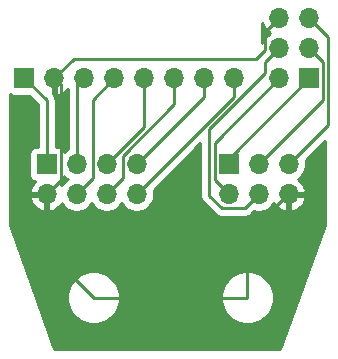
<source format=gbr>
G04 #@! TF.GenerationSoftware,KiCad,Pcbnew,(5.1.8)-1*
G04 #@! TF.CreationDate,2020-11-20T21:01:47+01:00*
G04 #@! TF.ProjectId,LORA_ATTINY84,4c4f5241-5f41-4545-9449-4e5938342e6b,rev?*
G04 #@! TF.SameCoordinates,Original*
G04 #@! TF.FileFunction,Copper,L1,Top*
G04 #@! TF.FilePolarity,Positive*
%FSLAX46Y46*%
G04 Gerber Fmt 4.6, Leading zero omitted, Abs format (unit mm)*
G04 Created by KiCad (PCBNEW (5.1.8)-1) date 2020-11-20 21:01:47*
%MOMM*%
%LPD*%
G01*
G04 APERTURE LIST*
G04 #@! TA.AperFunction,ComponentPad*
%ADD10O,1.700000X1.700000*%
G04 #@! TD*
G04 #@! TA.AperFunction,ComponentPad*
%ADD11R,1.700000X1.700000*%
G04 #@! TD*
G04 #@! TA.AperFunction,Conductor*
%ADD12C,0.250000*%
G04 #@! TD*
G04 #@! TA.AperFunction,Conductor*
%ADD13C,0.254000*%
G04 #@! TD*
G04 #@! TA.AperFunction,Conductor*
%ADD14C,0.100000*%
G04 #@! TD*
G04 APERTURE END LIST*
D10*
X79476600Y-59436000D03*
X82016600Y-59436000D03*
X79476600Y-61976000D03*
X82016600Y-61976000D03*
X79476600Y-64516000D03*
D11*
X82016600Y-64516000D03*
X75200000Y-71800000D03*
D10*
X75200000Y-74340000D03*
X77740000Y-71800000D03*
X77740000Y-74340000D03*
X80280000Y-71800000D03*
X80280000Y-74340000D03*
X75692000Y-64516000D03*
X73152000Y-64516000D03*
X70612000Y-64516000D03*
X68072000Y-64516000D03*
X65532000Y-64516000D03*
X62992000Y-64516000D03*
X60452000Y-64516000D03*
D11*
X57912000Y-64516000D03*
X59800000Y-71800000D03*
D10*
X59800000Y-74340000D03*
X62340000Y-71800000D03*
X62340000Y-74340000D03*
X64880000Y-71800000D03*
X64880000Y-74340000D03*
X67420000Y-71800000D03*
X67420000Y-74340000D03*
D12*
X80280000Y-74340000D02*
X80219000Y-74340000D01*
X76776000Y-77783000D02*
X76776000Y-83100000D01*
X80219000Y-74340000D02*
X76776000Y-77783000D01*
X76776000Y-83100000D02*
X63776000Y-83100000D01*
X60975001Y-73164999D02*
X59800000Y-74340000D01*
X60975001Y-65039001D02*
X60975001Y-73164999D01*
X60452000Y-64516000D02*
X60975001Y-65039001D01*
X59800000Y-79124000D02*
X63776000Y-83100000D01*
X59800000Y-74340000D02*
X59800000Y-79124000D01*
X78301599Y-60611001D02*
X79476600Y-59436000D01*
X78301599Y-62093389D02*
X78301599Y-60611001D01*
X77544978Y-62850010D02*
X78301599Y-62093389D01*
X62117990Y-62850010D02*
X77544978Y-62850010D01*
X60452000Y-64516000D02*
X62117990Y-62850010D01*
X75692000Y-66068000D02*
X75692000Y-64516000D01*
X67420000Y-74340000D02*
X75692000Y-66068000D01*
X73152000Y-66068000D02*
X73152000Y-64516000D01*
X67420000Y-71800000D02*
X73152000Y-66068000D01*
X70612000Y-66704410D02*
X70612000Y-64516000D01*
X66244999Y-71071411D02*
X70612000Y-66704410D01*
X66244999Y-72975001D02*
X66244999Y-71071411D01*
X64880000Y-74340000D02*
X66244999Y-72975001D01*
X68072000Y-68608000D02*
X64880000Y-71800000D01*
X68072000Y-64516000D02*
X68072000Y-68608000D01*
X63704999Y-66343001D02*
X65532000Y-64516000D01*
X63704999Y-72975001D02*
X63704999Y-66343001D01*
X62340000Y-74340000D02*
X63704999Y-72975001D01*
X62340000Y-65168000D02*
X62992000Y-64516000D01*
X62340000Y-71800000D02*
X62340000Y-65168000D01*
X59800000Y-66404000D02*
X57912000Y-64516000D01*
X59800000Y-71800000D02*
X59800000Y-66404000D01*
X74024999Y-69967601D02*
X79476600Y-64516000D01*
X74024999Y-73164999D02*
X74024999Y-69967601D01*
X75200000Y-74340000D02*
X74024999Y-73164999D01*
X75200000Y-71332600D02*
X82016600Y-64516000D01*
X75200000Y-71800000D02*
X75200000Y-71332600D01*
X78301599Y-63151001D02*
X79476600Y-61976000D01*
X78301599Y-64094811D02*
X78301599Y-63151001D01*
X73574990Y-68821420D02*
X78301599Y-64094811D01*
X73574990Y-74453992D02*
X73574990Y-68821420D01*
X74635999Y-75515001D02*
X73574990Y-74453992D01*
X76564999Y-75515001D02*
X74635999Y-75515001D01*
X77740000Y-74340000D02*
X76564999Y-75515001D01*
X83191601Y-63151001D02*
X82016600Y-61976000D01*
X83191601Y-66348399D02*
X83191601Y-63151001D01*
X77740000Y-71800000D02*
X83191601Y-66348399D01*
X80466401Y-72250009D02*
X80280000Y-72250009D01*
X83641611Y-61061011D02*
X82016600Y-59436000D01*
X83641611Y-68438389D02*
X83641611Y-61061011D01*
X80280000Y-71800000D02*
X83641611Y-68438389D01*
D13*
X56707506Y-65896537D02*
X56817820Y-65955502D01*
X56937518Y-65991812D01*
X57062000Y-66004072D01*
X58325270Y-66004072D01*
X59040001Y-66718803D01*
X59040000Y-70311928D01*
X58950000Y-70311928D01*
X58825518Y-70324188D01*
X58705820Y-70360498D01*
X58595506Y-70419463D01*
X58498815Y-70498815D01*
X58419463Y-70595506D01*
X58360498Y-70705820D01*
X58324188Y-70825518D01*
X58311928Y-70950000D01*
X58311928Y-72650000D01*
X58324188Y-72774482D01*
X58360498Y-72894180D01*
X58419463Y-73004494D01*
X58498815Y-73101185D01*
X58595506Y-73180537D01*
X58705820Y-73239502D01*
X58781626Y-73262498D01*
X58604822Y-73458645D01*
X58455843Y-73708748D01*
X58358519Y-73983109D01*
X58479186Y-74213000D01*
X59673000Y-74213000D01*
X59673000Y-74193000D01*
X59927000Y-74193000D01*
X59927000Y-74213000D01*
X59947000Y-74213000D01*
X59947000Y-74467000D01*
X59927000Y-74467000D01*
X59927000Y-75660155D01*
X60156890Y-75781476D01*
X60304099Y-75736825D01*
X60566920Y-75611641D01*
X60800269Y-75437588D01*
X60995178Y-75221355D01*
X61064805Y-75104466D01*
X61186525Y-75286632D01*
X61393368Y-75493475D01*
X61636589Y-75655990D01*
X61906842Y-75767932D01*
X62193740Y-75825000D01*
X62486260Y-75825000D01*
X62773158Y-75767932D01*
X63043411Y-75655990D01*
X63286632Y-75493475D01*
X63493475Y-75286632D01*
X63610000Y-75112240D01*
X63726525Y-75286632D01*
X63933368Y-75493475D01*
X64176589Y-75655990D01*
X64446842Y-75767932D01*
X64733740Y-75825000D01*
X65026260Y-75825000D01*
X65313158Y-75767932D01*
X65583411Y-75655990D01*
X65826632Y-75493475D01*
X66033475Y-75286632D01*
X66150000Y-75112240D01*
X66266525Y-75286632D01*
X66473368Y-75493475D01*
X66716589Y-75655990D01*
X66986842Y-75767932D01*
X67273740Y-75825000D01*
X67566260Y-75825000D01*
X67853158Y-75767932D01*
X68123411Y-75655990D01*
X68366632Y-75493475D01*
X68573475Y-75286632D01*
X68735990Y-75043411D01*
X68847932Y-74773158D01*
X68905000Y-74486260D01*
X68905000Y-74193740D01*
X68861209Y-73973592D01*
X72814991Y-70019811D01*
X72814990Y-74416669D01*
X72811314Y-74453992D01*
X72814990Y-74491314D01*
X72814990Y-74491324D01*
X72825987Y-74602977D01*
X72854475Y-74696891D01*
X72869444Y-74746238D01*
X72940016Y-74878268D01*
X72941460Y-74880027D01*
X73034989Y-74993993D01*
X73063992Y-75017796D01*
X74072200Y-76026004D01*
X74095998Y-76055002D01*
X74211723Y-76149975D01*
X74343752Y-76220547D01*
X74487013Y-76264004D01*
X74598666Y-76275001D01*
X74598675Y-76275001D01*
X74635998Y-76278677D01*
X74673321Y-76275001D01*
X76527677Y-76275001D01*
X76564999Y-76278677D01*
X76602321Y-76275001D01*
X76602332Y-76275001D01*
X76713985Y-76264004D01*
X76857246Y-76220547D01*
X76989275Y-76149975D01*
X77105000Y-76055002D01*
X77128803Y-76025998D01*
X77373592Y-75781209D01*
X77593740Y-75825000D01*
X77886260Y-75825000D01*
X78173158Y-75767932D01*
X78443411Y-75655990D01*
X78686632Y-75493475D01*
X78893475Y-75286632D01*
X79015195Y-75104466D01*
X79084822Y-75221355D01*
X79279731Y-75437588D01*
X79513080Y-75611641D01*
X79775901Y-75736825D01*
X79923110Y-75781476D01*
X80153000Y-75660155D01*
X80153000Y-74467000D01*
X80407000Y-74467000D01*
X80407000Y-75660155D01*
X80636890Y-75781476D01*
X80784099Y-75736825D01*
X81046920Y-75611641D01*
X81280269Y-75437588D01*
X81475178Y-75221355D01*
X81624157Y-74971252D01*
X81721481Y-74696891D01*
X81600814Y-74467000D01*
X80407000Y-74467000D01*
X80153000Y-74467000D01*
X80133000Y-74467000D01*
X80133000Y-74213000D01*
X80153000Y-74213000D01*
X80153000Y-74193000D01*
X80407000Y-74193000D01*
X80407000Y-74213000D01*
X81600814Y-74213000D01*
X81721481Y-73983109D01*
X81624157Y-73708748D01*
X81475178Y-73458645D01*
X81280269Y-73242412D01*
X81050594Y-73071100D01*
X81226632Y-72953475D01*
X81433475Y-72746632D01*
X81595990Y-72503411D01*
X81707932Y-72233158D01*
X81765000Y-71946260D01*
X81765000Y-71653740D01*
X81721209Y-71433592D01*
X83340000Y-69814801D01*
X83340000Y-76983724D01*
X79537719Y-87440000D01*
X60462282Y-87440000D01*
X58804054Y-82879872D01*
X61541000Y-82879872D01*
X61541000Y-83320128D01*
X61626890Y-83751925D01*
X61795369Y-84158669D01*
X62039962Y-84524729D01*
X62351271Y-84836038D01*
X62717331Y-85080631D01*
X63124075Y-85249110D01*
X63555872Y-85335000D01*
X63996128Y-85335000D01*
X64427925Y-85249110D01*
X64834669Y-85080631D01*
X65200729Y-84836038D01*
X65512038Y-84524729D01*
X65756631Y-84158669D01*
X65925110Y-83751925D01*
X66011000Y-83320128D01*
X66011000Y-82879872D01*
X74541000Y-82879872D01*
X74541000Y-83320128D01*
X74626890Y-83751925D01*
X74795369Y-84158669D01*
X75039962Y-84524729D01*
X75351271Y-84836038D01*
X75717331Y-85080631D01*
X76124075Y-85249110D01*
X76555872Y-85335000D01*
X76996128Y-85335000D01*
X77427925Y-85249110D01*
X77834669Y-85080631D01*
X78200729Y-84836038D01*
X78512038Y-84524729D01*
X78756631Y-84158669D01*
X78925110Y-83751925D01*
X79011000Y-83320128D01*
X79011000Y-82879872D01*
X78925110Y-82448075D01*
X78756631Y-82041331D01*
X78512038Y-81675271D01*
X78200729Y-81363962D01*
X77834669Y-81119369D01*
X77427925Y-80950890D01*
X76996128Y-80865000D01*
X76555872Y-80865000D01*
X76124075Y-80950890D01*
X75717331Y-81119369D01*
X75351271Y-81363962D01*
X75039962Y-81675271D01*
X74795369Y-82041331D01*
X74626890Y-82448075D01*
X74541000Y-82879872D01*
X66011000Y-82879872D01*
X65925110Y-82448075D01*
X65756631Y-82041331D01*
X65512038Y-81675271D01*
X65200729Y-81363962D01*
X64834669Y-81119369D01*
X64427925Y-80950890D01*
X63996128Y-80865000D01*
X63555872Y-80865000D01*
X63124075Y-80950890D01*
X62717331Y-81119369D01*
X62351271Y-81363962D01*
X62039962Y-81675271D01*
X61795369Y-82041331D01*
X61626890Y-82448075D01*
X61541000Y-82879872D01*
X58804054Y-82879872D01*
X56660000Y-76983727D01*
X56660000Y-74696891D01*
X58358519Y-74696891D01*
X58455843Y-74971252D01*
X58604822Y-75221355D01*
X58799731Y-75437588D01*
X59033080Y-75611641D01*
X59295901Y-75736825D01*
X59443110Y-75781476D01*
X59673000Y-75660155D01*
X59673000Y-74467000D01*
X58479186Y-74467000D01*
X58358519Y-74696891D01*
X56660000Y-74696891D01*
X56660000Y-65857550D01*
X56707506Y-65896537D01*
G04 #@! TA.AperFunction,Conductor*
D14*
G36*
X56707506Y-65896537D02*
G01*
X56817820Y-65955502D01*
X56937518Y-65991812D01*
X57062000Y-66004072D01*
X58325270Y-66004072D01*
X59040001Y-66718803D01*
X59040000Y-70311928D01*
X58950000Y-70311928D01*
X58825518Y-70324188D01*
X58705820Y-70360498D01*
X58595506Y-70419463D01*
X58498815Y-70498815D01*
X58419463Y-70595506D01*
X58360498Y-70705820D01*
X58324188Y-70825518D01*
X58311928Y-70950000D01*
X58311928Y-72650000D01*
X58324188Y-72774482D01*
X58360498Y-72894180D01*
X58419463Y-73004494D01*
X58498815Y-73101185D01*
X58595506Y-73180537D01*
X58705820Y-73239502D01*
X58781626Y-73262498D01*
X58604822Y-73458645D01*
X58455843Y-73708748D01*
X58358519Y-73983109D01*
X58479186Y-74213000D01*
X59673000Y-74213000D01*
X59673000Y-74193000D01*
X59927000Y-74193000D01*
X59927000Y-74213000D01*
X59947000Y-74213000D01*
X59947000Y-74467000D01*
X59927000Y-74467000D01*
X59927000Y-75660155D01*
X60156890Y-75781476D01*
X60304099Y-75736825D01*
X60566920Y-75611641D01*
X60800269Y-75437588D01*
X60995178Y-75221355D01*
X61064805Y-75104466D01*
X61186525Y-75286632D01*
X61393368Y-75493475D01*
X61636589Y-75655990D01*
X61906842Y-75767932D01*
X62193740Y-75825000D01*
X62486260Y-75825000D01*
X62773158Y-75767932D01*
X63043411Y-75655990D01*
X63286632Y-75493475D01*
X63493475Y-75286632D01*
X63610000Y-75112240D01*
X63726525Y-75286632D01*
X63933368Y-75493475D01*
X64176589Y-75655990D01*
X64446842Y-75767932D01*
X64733740Y-75825000D01*
X65026260Y-75825000D01*
X65313158Y-75767932D01*
X65583411Y-75655990D01*
X65826632Y-75493475D01*
X66033475Y-75286632D01*
X66150000Y-75112240D01*
X66266525Y-75286632D01*
X66473368Y-75493475D01*
X66716589Y-75655990D01*
X66986842Y-75767932D01*
X67273740Y-75825000D01*
X67566260Y-75825000D01*
X67853158Y-75767932D01*
X68123411Y-75655990D01*
X68366632Y-75493475D01*
X68573475Y-75286632D01*
X68735990Y-75043411D01*
X68847932Y-74773158D01*
X68905000Y-74486260D01*
X68905000Y-74193740D01*
X68861209Y-73973592D01*
X72814991Y-70019811D01*
X72814990Y-74416669D01*
X72811314Y-74453992D01*
X72814990Y-74491314D01*
X72814990Y-74491324D01*
X72825987Y-74602977D01*
X72854475Y-74696891D01*
X72869444Y-74746238D01*
X72940016Y-74878268D01*
X72941460Y-74880027D01*
X73034989Y-74993993D01*
X73063992Y-75017796D01*
X74072200Y-76026004D01*
X74095998Y-76055002D01*
X74211723Y-76149975D01*
X74343752Y-76220547D01*
X74487013Y-76264004D01*
X74598666Y-76275001D01*
X74598675Y-76275001D01*
X74635998Y-76278677D01*
X74673321Y-76275001D01*
X76527677Y-76275001D01*
X76564999Y-76278677D01*
X76602321Y-76275001D01*
X76602332Y-76275001D01*
X76713985Y-76264004D01*
X76857246Y-76220547D01*
X76989275Y-76149975D01*
X77105000Y-76055002D01*
X77128803Y-76025998D01*
X77373592Y-75781209D01*
X77593740Y-75825000D01*
X77886260Y-75825000D01*
X78173158Y-75767932D01*
X78443411Y-75655990D01*
X78686632Y-75493475D01*
X78893475Y-75286632D01*
X79015195Y-75104466D01*
X79084822Y-75221355D01*
X79279731Y-75437588D01*
X79513080Y-75611641D01*
X79775901Y-75736825D01*
X79923110Y-75781476D01*
X80153000Y-75660155D01*
X80153000Y-74467000D01*
X80407000Y-74467000D01*
X80407000Y-75660155D01*
X80636890Y-75781476D01*
X80784099Y-75736825D01*
X81046920Y-75611641D01*
X81280269Y-75437588D01*
X81475178Y-75221355D01*
X81624157Y-74971252D01*
X81721481Y-74696891D01*
X81600814Y-74467000D01*
X80407000Y-74467000D01*
X80153000Y-74467000D01*
X80133000Y-74467000D01*
X80133000Y-74213000D01*
X80153000Y-74213000D01*
X80153000Y-74193000D01*
X80407000Y-74193000D01*
X80407000Y-74213000D01*
X81600814Y-74213000D01*
X81721481Y-73983109D01*
X81624157Y-73708748D01*
X81475178Y-73458645D01*
X81280269Y-73242412D01*
X81050594Y-73071100D01*
X81226632Y-72953475D01*
X81433475Y-72746632D01*
X81595990Y-72503411D01*
X81707932Y-72233158D01*
X81765000Y-71946260D01*
X81765000Y-71653740D01*
X81721209Y-71433592D01*
X83340000Y-69814801D01*
X83340000Y-76983724D01*
X79537719Y-87440000D01*
X60462282Y-87440000D01*
X58804054Y-82879872D01*
X61541000Y-82879872D01*
X61541000Y-83320128D01*
X61626890Y-83751925D01*
X61795369Y-84158669D01*
X62039962Y-84524729D01*
X62351271Y-84836038D01*
X62717331Y-85080631D01*
X63124075Y-85249110D01*
X63555872Y-85335000D01*
X63996128Y-85335000D01*
X64427925Y-85249110D01*
X64834669Y-85080631D01*
X65200729Y-84836038D01*
X65512038Y-84524729D01*
X65756631Y-84158669D01*
X65925110Y-83751925D01*
X66011000Y-83320128D01*
X66011000Y-82879872D01*
X74541000Y-82879872D01*
X74541000Y-83320128D01*
X74626890Y-83751925D01*
X74795369Y-84158669D01*
X75039962Y-84524729D01*
X75351271Y-84836038D01*
X75717331Y-85080631D01*
X76124075Y-85249110D01*
X76555872Y-85335000D01*
X76996128Y-85335000D01*
X77427925Y-85249110D01*
X77834669Y-85080631D01*
X78200729Y-84836038D01*
X78512038Y-84524729D01*
X78756631Y-84158669D01*
X78925110Y-83751925D01*
X79011000Y-83320128D01*
X79011000Y-82879872D01*
X78925110Y-82448075D01*
X78756631Y-82041331D01*
X78512038Y-81675271D01*
X78200729Y-81363962D01*
X77834669Y-81119369D01*
X77427925Y-80950890D01*
X76996128Y-80865000D01*
X76555872Y-80865000D01*
X76124075Y-80950890D01*
X75717331Y-81119369D01*
X75351271Y-81363962D01*
X75039962Y-81675271D01*
X74795369Y-82041331D01*
X74626890Y-82448075D01*
X74541000Y-82879872D01*
X66011000Y-82879872D01*
X65925110Y-82448075D01*
X65756631Y-82041331D01*
X65512038Y-81675271D01*
X65200729Y-81363962D01*
X64834669Y-81119369D01*
X64427925Y-80950890D01*
X63996128Y-80865000D01*
X63555872Y-80865000D01*
X63124075Y-80950890D01*
X62717331Y-81119369D01*
X62351271Y-81363962D01*
X62039962Y-81675271D01*
X61795369Y-82041331D01*
X61626890Y-82448075D01*
X61541000Y-82879872D01*
X58804054Y-82879872D01*
X56660000Y-76983727D01*
X56660000Y-74696891D01*
X58358519Y-74696891D01*
X58455843Y-74971252D01*
X58604822Y-75221355D01*
X58799731Y-75437588D01*
X59033080Y-75611641D01*
X59295901Y-75736825D01*
X59443110Y-75781476D01*
X59673000Y-75660155D01*
X59673000Y-74467000D01*
X58479186Y-74467000D01*
X58358519Y-74696891D01*
X56660000Y-74696891D01*
X56660000Y-65857550D01*
X56707506Y-65896537D01*
G37*
G04 #@! TD.AperFunction*
D13*
X61393368Y-72953475D02*
X61567760Y-73070000D01*
X61393368Y-73186525D01*
X61186525Y-73393368D01*
X61064805Y-73575534D01*
X60995178Y-73458645D01*
X60818374Y-73262498D01*
X60894180Y-73239502D01*
X61004494Y-73180537D01*
X61101185Y-73101185D01*
X61180537Y-73004494D01*
X61239502Y-72894180D01*
X61261513Y-72821620D01*
X61393368Y-72953475D01*
G04 #@! TA.AperFunction,Conductor*
D14*
G36*
X61393368Y-72953475D02*
G01*
X61567760Y-73070000D01*
X61393368Y-73186525D01*
X61186525Y-73393368D01*
X61064805Y-73575534D01*
X60995178Y-73458645D01*
X60818374Y-73262498D01*
X60894180Y-73239502D01*
X61004494Y-73180537D01*
X61101185Y-73101185D01*
X61180537Y-73004494D01*
X61239502Y-72894180D01*
X61261513Y-72821620D01*
X61393368Y-72953475D01*
G37*
G04 #@! TD.AperFunction*
D13*
X60579000Y-64389000D02*
X60599000Y-64389000D01*
X60599000Y-64643000D01*
X60579000Y-64643000D01*
X60579000Y-65836155D01*
X60808890Y-65957476D01*
X60956099Y-65912825D01*
X61218920Y-65787641D01*
X61452269Y-65613588D01*
X61580001Y-65471882D01*
X61580000Y-70521821D01*
X61393368Y-70646525D01*
X61261513Y-70778380D01*
X61239502Y-70705820D01*
X61180537Y-70595506D01*
X61101185Y-70498815D01*
X61004494Y-70419463D01*
X60894180Y-70360498D01*
X60774482Y-70324188D01*
X60650000Y-70311928D01*
X60560000Y-70311928D01*
X60560000Y-66441322D01*
X60563676Y-66403999D01*
X60560000Y-66366676D01*
X60560000Y-66366667D01*
X60549003Y-66255014D01*
X60505546Y-66111753D01*
X60434974Y-65979724D01*
X60340001Y-65863999D01*
X60313481Y-65842234D01*
X60325000Y-65836155D01*
X60325000Y-64643000D01*
X60305000Y-64643000D01*
X60305000Y-64389000D01*
X60325000Y-64389000D01*
X60325000Y-64369000D01*
X60579000Y-64369000D01*
X60579000Y-64389000D01*
G04 #@! TA.AperFunction,Conductor*
D14*
G36*
X60579000Y-64389000D02*
G01*
X60599000Y-64389000D01*
X60599000Y-64643000D01*
X60579000Y-64643000D01*
X60579000Y-65836155D01*
X60808890Y-65957476D01*
X60956099Y-65912825D01*
X61218920Y-65787641D01*
X61452269Y-65613588D01*
X61580001Y-65471882D01*
X61580000Y-70521821D01*
X61393368Y-70646525D01*
X61261513Y-70778380D01*
X61239502Y-70705820D01*
X61180537Y-70595506D01*
X61101185Y-70498815D01*
X61004494Y-70419463D01*
X60894180Y-70360498D01*
X60774482Y-70324188D01*
X60650000Y-70311928D01*
X60560000Y-70311928D01*
X60560000Y-66441322D01*
X60563676Y-66403999D01*
X60560000Y-66366676D01*
X60560000Y-66366667D01*
X60549003Y-66255014D01*
X60505546Y-66111753D01*
X60434974Y-65979724D01*
X60340001Y-65863999D01*
X60313481Y-65842234D01*
X60325000Y-65836155D01*
X60325000Y-64643000D01*
X60305000Y-64643000D01*
X60305000Y-64389000D01*
X60325000Y-64389000D01*
X60325000Y-64369000D01*
X60579000Y-64369000D01*
X60579000Y-64389000D01*
G37*
G04 #@! TD.AperFunction*
D13*
X78079775Y-59940099D02*
X78204959Y-60202920D01*
X78379012Y-60436269D01*
X78595245Y-60631178D01*
X78712134Y-60700805D01*
X78529968Y-60822525D01*
X78323125Y-61029368D01*
X78160610Y-61272589D01*
X78060000Y-61515484D01*
X78060000Y-59874903D01*
X78079775Y-59940099D01*
G04 #@! TA.AperFunction,Conductor*
D14*
G36*
X78079775Y-59940099D02*
G01*
X78204959Y-60202920D01*
X78379012Y-60436269D01*
X78595245Y-60631178D01*
X78712134Y-60700805D01*
X78529968Y-60822525D01*
X78323125Y-61029368D01*
X78160610Y-61272589D01*
X78060000Y-61515484D01*
X78060000Y-59874903D01*
X78079775Y-59940099D01*
G37*
G04 #@! TD.AperFunction*
D13*
X79603600Y-59309000D02*
X79623600Y-59309000D01*
X79623600Y-59563000D01*
X79603600Y-59563000D01*
X79603600Y-59583000D01*
X79349600Y-59583000D01*
X79349600Y-59563000D01*
X79329600Y-59563000D01*
X79329600Y-59309000D01*
X79349600Y-59309000D01*
X79349600Y-59289000D01*
X79603600Y-59289000D01*
X79603600Y-59309000D01*
G04 #@! TA.AperFunction,Conductor*
D14*
G36*
X79603600Y-59309000D02*
G01*
X79623600Y-59309000D01*
X79623600Y-59563000D01*
X79603600Y-59563000D01*
X79603600Y-59583000D01*
X79349600Y-59583000D01*
X79349600Y-59563000D01*
X79329600Y-59563000D01*
X79329600Y-59309000D01*
X79349600Y-59309000D01*
X79349600Y-59289000D01*
X79603600Y-59289000D01*
X79603600Y-59309000D01*
G37*
G04 #@! TD.AperFunction*
M02*

</source>
